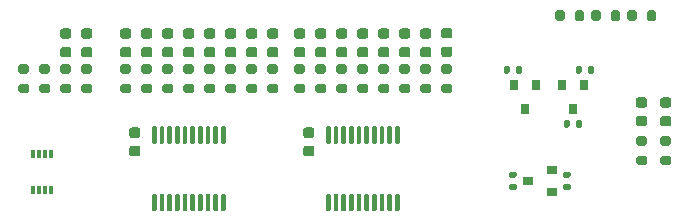
<source format=gbr>
%TF.GenerationSoftware,KiCad,Pcbnew,(5.1.10-1-10_14)*%
%TF.CreationDate,2021-10-18T21:54:19-04:00*%
%TF.ProjectId,RAM-MODULE,52414d2d-4d4f-4445-954c-452e6b696361,rev?*%
%TF.SameCoordinates,Original*%
%TF.FileFunction,Paste,Top*%
%TF.FilePolarity,Positive*%
%FSLAX46Y46*%
G04 Gerber Fmt 4.6, Leading zero omitted, Abs format (unit mm)*
G04 Created by KiCad (PCBNEW (5.1.10-1-10_14)) date 2021-10-18 21:54:19*
%MOMM*%
%LPD*%
G01*
G04 APERTURE LIST*
%ADD10R,0.300000X0.800000*%
%ADD11R,0.900000X0.800000*%
%ADD12R,0.800000X0.900000*%
G04 APERTURE END LIST*
%TO.C,U48*%
G36*
G01*
X263885000Y-102787000D02*
X264435000Y-102787000D01*
G75*
G02*
X264635000Y-102987000I0J-200000D01*
G01*
X264635000Y-103387000D01*
G75*
G02*
X264435000Y-103587000I-200000J0D01*
G01*
X263885000Y-103587000D01*
G75*
G02*
X263685000Y-103387000I0J200000D01*
G01*
X263685000Y-102987000D01*
G75*
G02*
X263885000Y-102787000I200000J0D01*
G01*
G37*
G36*
G01*
X263885000Y-101137000D02*
X264435000Y-101137000D01*
G75*
G02*
X264635000Y-101337000I0J-200000D01*
G01*
X264635000Y-101737000D01*
G75*
G02*
X264435000Y-101937000I-200000J0D01*
G01*
X263885000Y-101937000D01*
G75*
G02*
X263685000Y-101737000I0J200000D01*
G01*
X263685000Y-101337000D01*
G75*
G02*
X263885000Y-101137000I200000J0D01*
G01*
G37*
%TD*%
%TO.C,U47*%
G36*
G01*
X264416250Y-98710000D02*
X263903750Y-98710000D01*
G75*
G02*
X263685000Y-98491250I0J218750D01*
G01*
X263685000Y-98053750D01*
G75*
G02*
X263903750Y-97835000I218750J0D01*
G01*
X264416250Y-97835000D01*
G75*
G02*
X264635000Y-98053750I0J-218750D01*
G01*
X264635000Y-98491250D01*
G75*
G02*
X264416250Y-98710000I-218750J0D01*
G01*
G37*
G36*
G01*
X264416250Y-100285000D02*
X263903750Y-100285000D01*
G75*
G02*
X263685000Y-100066250I0J218750D01*
G01*
X263685000Y-99628750D01*
G75*
G02*
X263903750Y-99410000I218750J0D01*
G01*
X264416250Y-99410000D01*
G75*
G02*
X264635000Y-99628750I0J-218750D01*
G01*
X264635000Y-100066250D01*
G75*
G02*
X264416250Y-100285000I-218750J0D01*
G01*
G37*
%TD*%
%TO.C,U46*%
G36*
G01*
X261853000Y-102787000D02*
X262403000Y-102787000D01*
G75*
G02*
X262603000Y-102987000I0J-200000D01*
G01*
X262603000Y-103387000D01*
G75*
G02*
X262403000Y-103587000I-200000J0D01*
G01*
X261853000Y-103587000D01*
G75*
G02*
X261653000Y-103387000I0J200000D01*
G01*
X261653000Y-102987000D01*
G75*
G02*
X261853000Y-102787000I200000J0D01*
G01*
G37*
G36*
G01*
X261853000Y-101137000D02*
X262403000Y-101137000D01*
G75*
G02*
X262603000Y-101337000I0J-200000D01*
G01*
X262603000Y-101737000D01*
G75*
G02*
X262403000Y-101937000I-200000J0D01*
G01*
X261853000Y-101937000D01*
G75*
G02*
X261653000Y-101737000I0J200000D01*
G01*
X261653000Y-101337000D01*
G75*
G02*
X261853000Y-101137000I200000J0D01*
G01*
G37*
%TD*%
%TO.C,U45*%
G36*
G01*
X262358750Y-98710000D02*
X261846250Y-98710000D01*
G75*
G02*
X261627500Y-98491250I0J218750D01*
G01*
X261627500Y-98053750D01*
G75*
G02*
X261846250Y-97835000I218750J0D01*
G01*
X262358750Y-97835000D01*
G75*
G02*
X262577500Y-98053750I0J-218750D01*
G01*
X262577500Y-98491250D01*
G75*
G02*
X262358750Y-98710000I-218750J0D01*
G01*
G37*
G36*
G01*
X262358750Y-100285000D02*
X261846250Y-100285000D01*
G75*
G02*
X261627500Y-100066250I0J218750D01*
G01*
X261627500Y-99628750D01*
G75*
G02*
X261846250Y-99410000I218750J0D01*
G01*
X262358750Y-99410000D01*
G75*
G02*
X262577500Y-99628750I0J-218750D01*
G01*
X262577500Y-100066250D01*
G75*
G02*
X262358750Y-100285000I-218750J0D01*
G01*
G37*
%TD*%
%TO.C,U44*%
G36*
G01*
X214863000Y-96691000D02*
X215413000Y-96691000D01*
G75*
G02*
X215613000Y-96891000I0J-200000D01*
G01*
X215613000Y-97291000D01*
G75*
G02*
X215413000Y-97491000I-200000J0D01*
G01*
X214863000Y-97491000D01*
G75*
G02*
X214663000Y-97291000I0J200000D01*
G01*
X214663000Y-96891000D01*
G75*
G02*
X214863000Y-96691000I200000J0D01*
G01*
G37*
G36*
G01*
X214863000Y-95041000D02*
X215413000Y-95041000D01*
G75*
G02*
X215613000Y-95241000I0J-200000D01*
G01*
X215613000Y-95641000D01*
G75*
G02*
X215413000Y-95841000I-200000J0D01*
G01*
X214863000Y-95841000D01*
G75*
G02*
X214663000Y-95641000I0J200000D01*
G01*
X214663000Y-95241000D01*
G75*
G02*
X214863000Y-95041000I200000J0D01*
G01*
G37*
%TD*%
%TO.C,U43*%
G36*
G01*
X215394250Y-92868000D02*
X214881750Y-92868000D01*
G75*
G02*
X214663000Y-92649250I0J218750D01*
G01*
X214663000Y-92211750D01*
G75*
G02*
X214881750Y-91993000I218750J0D01*
G01*
X215394250Y-91993000D01*
G75*
G02*
X215613000Y-92211750I0J-218750D01*
G01*
X215613000Y-92649250D01*
G75*
G02*
X215394250Y-92868000I-218750J0D01*
G01*
G37*
G36*
G01*
X215394250Y-94443000D02*
X214881750Y-94443000D01*
G75*
G02*
X214663000Y-94224250I0J218750D01*
G01*
X214663000Y-93786750D01*
G75*
G02*
X214881750Y-93568000I218750J0D01*
G01*
X215394250Y-93568000D01*
G75*
G02*
X215613000Y-93786750I0J-218750D01*
G01*
X215613000Y-94224250D01*
G75*
G02*
X215394250Y-94443000I-218750J0D01*
G01*
G37*
%TD*%
%TO.C,U42*%
G36*
G01*
X213085000Y-96691000D02*
X213635000Y-96691000D01*
G75*
G02*
X213835000Y-96891000I0J-200000D01*
G01*
X213835000Y-97291000D01*
G75*
G02*
X213635000Y-97491000I-200000J0D01*
G01*
X213085000Y-97491000D01*
G75*
G02*
X212885000Y-97291000I0J200000D01*
G01*
X212885000Y-96891000D01*
G75*
G02*
X213085000Y-96691000I200000J0D01*
G01*
G37*
G36*
G01*
X213085000Y-95041000D02*
X213635000Y-95041000D01*
G75*
G02*
X213835000Y-95241000I0J-200000D01*
G01*
X213835000Y-95641000D01*
G75*
G02*
X213635000Y-95841000I-200000J0D01*
G01*
X213085000Y-95841000D01*
G75*
G02*
X212885000Y-95641000I0J200000D01*
G01*
X212885000Y-95241000D01*
G75*
G02*
X213085000Y-95041000I200000J0D01*
G01*
G37*
%TD*%
%TO.C,U4*%
G36*
G01*
X213616250Y-92868000D02*
X213103750Y-92868000D01*
G75*
G02*
X212885000Y-92649250I0J218750D01*
G01*
X212885000Y-92211750D01*
G75*
G02*
X213103750Y-91993000I218750J0D01*
G01*
X213616250Y-91993000D01*
G75*
G02*
X213835000Y-92211750I0J-218750D01*
G01*
X213835000Y-92649250D01*
G75*
G02*
X213616250Y-92868000I-218750J0D01*
G01*
G37*
G36*
G01*
X213616250Y-94443000D02*
X213103750Y-94443000D01*
G75*
G02*
X212885000Y-94224250I0J218750D01*
G01*
X212885000Y-93786750D01*
G75*
G02*
X213103750Y-93568000I218750J0D01*
G01*
X213616250Y-93568000D01*
G75*
G02*
X213835000Y-93786750I0J-218750D01*
G01*
X213835000Y-94224250D01*
G75*
G02*
X213616250Y-94443000I-218750J0D01*
G01*
G37*
%TD*%
D10*
%TO.C,U3*%
X210578000Y-102590000D03*
X211078000Y-102590000D03*
X211578000Y-102590000D03*
X212078000Y-102590000D03*
X212078000Y-105690000D03*
X211578000Y-105690000D03*
X211078000Y-105690000D03*
X210578000Y-105690000D03*
%TD*%
%TO.C,U41*%
G36*
G01*
X209529000Y-96691000D02*
X210079000Y-96691000D01*
G75*
G02*
X210279000Y-96891000I0J-200000D01*
G01*
X210279000Y-97291000D01*
G75*
G02*
X210079000Y-97491000I-200000J0D01*
G01*
X209529000Y-97491000D01*
G75*
G02*
X209329000Y-97291000I0J200000D01*
G01*
X209329000Y-96891000D01*
G75*
G02*
X209529000Y-96691000I200000J0D01*
G01*
G37*
G36*
G01*
X209529000Y-95041000D02*
X210079000Y-95041000D01*
G75*
G02*
X210279000Y-95241000I0J-200000D01*
G01*
X210279000Y-95641000D01*
G75*
G02*
X210079000Y-95841000I-200000J0D01*
G01*
X209529000Y-95841000D01*
G75*
G02*
X209329000Y-95641000I0J200000D01*
G01*
X209329000Y-95241000D01*
G75*
G02*
X209529000Y-95041000I200000J0D01*
G01*
G37*
%TD*%
%TO.C,U40*%
G36*
G01*
X211307000Y-96691000D02*
X211857000Y-96691000D01*
G75*
G02*
X212057000Y-96891000I0J-200000D01*
G01*
X212057000Y-97291000D01*
G75*
G02*
X211857000Y-97491000I-200000J0D01*
G01*
X211307000Y-97491000D01*
G75*
G02*
X211107000Y-97291000I0J200000D01*
G01*
X211107000Y-96891000D01*
G75*
G02*
X211307000Y-96691000I200000J0D01*
G01*
G37*
G36*
G01*
X211307000Y-95041000D02*
X211857000Y-95041000D01*
G75*
G02*
X212057000Y-95241000I0J-200000D01*
G01*
X212057000Y-95641000D01*
G75*
G02*
X211857000Y-95841000I-200000J0D01*
G01*
X211307000Y-95841000D01*
G75*
G02*
X211107000Y-95641000I0J200000D01*
G01*
X211107000Y-95241000D01*
G75*
G02*
X211307000Y-95041000I200000J0D01*
G01*
G37*
%TD*%
%TO.C,U39*%
G36*
G01*
X245343000Y-96691000D02*
X245893000Y-96691000D01*
G75*
G02*
X246093000Y-96891000I0J-200000D01*
G01*
X246093000Y-97291000D01*
G75*
G02*
X245893000Y-97491000I-200000J0D01*
G01*
X245343000Y-97491000D01*
G75*
G02*
X245143000Y-97291000I0J200000D01*
G01*
X245143000Y-96891000D01*
G75*
G02*
X245343000Y-96691000I200000J0D01*
G01*
G37*
G36*
G01*
X245343000Y-95041000D02*
X245893000Y-95041000D01*
G75*
G02*
X246093000Y-95241000I0J-200000D01*
G01*
X246093000Y-95641000D01*
G75*
G02*
X245893000Y-95841000I-200000J0D01*
G01*
X245343000Y-95841000D01*
G75*
G02*
X245143000Y-95641000I0J200000D01*
G01*
X245143000Y-95241000D01*
G75*
G02*
X245343000Y-95041000I200000J0D01*
G01*
G37*
%TD*%
%TO.C,U38*%
G36*
G01*
X245874250Y-92842500D02*
X245361750Y-92842500D01*
G75*
G02*
X245143000Y-92623750I0J218750D01*
G01*
X245143000Y-92186250D01*
G75*
G02*
X245361750Y-91967500I218750J0D01*
G01*
X245874250Y-91967500D01*
G75*
G02*
X246093000Y-92186250I0J-218750D01*
G01*
X246093000Y-92623750D01*
G75*
G02*
X245874250Y-92842500I-218750J0D01*
G01*
G37*
G36*
G01*
X245874250Y-94417500D02*
X245361750Y-94417500D01*
G75*
G02*
X245143000Y-94198750I0J218750D01*
G01*
X245143000Y-93761250D01*
G75*
G02*
X245361750Y-93542500I218750J0D01*
G01*
X245874250Y-93542500D01*
G75*
G02*
X246093000Y-93761250I0J-218750D01*
G01*
X246093000Y-94198750D01*
G75*
G02*
X245874250Y-94417500I-218750J0D01*
G01*
G37*
%TD*%
%TO.C,U37*%
G36*
G01*
X243565000Y-96691000D02*
X244115000Y-96691000D01*
G75*
G02*
X244315000Y-96891000I0J-200000D01*
G01*
X244315000Y-97291000D01*
G75*
G02*
X244115000Y-97491000I-200000J0D01*
G01*
X243565000Y-97491000D01*
G75*
G02*
X243365000Y-97291000I0J200000D01*
G01*
X243365000Y-96891000D01*
G75*
G02*
X243565000Y-96691000I200000J0D01*
G01*
G37*
G36*
G01*
X243565000Y-95041000D02*
X244115000Y-95041000D01*
G75*
G02*
X244315000Y-95241000I0J-200000D01*
G01*
X244315000Y-95641000D01*
G75*
G02*
X244115000Y-95841000I-200000J0D01*
G01*
X243565000Y-95841000D01*
G75*
G02*
X243365000Y-95641000I0J200000D01*
G01*
X243365000Y-95241000D01*
G75*
G02*
X243565000Y-95041000I200000J0D01*
G01*
G37*
%TD*%
%TO.C,U36*%
G36*
G01*
X244096250Y-92868000D02*
X243583750Y-92868000D01*
G75*
G02*
X243365000Y-92649250I0J218750D01*
G01*
X243365000Y-92211750D01*
G75*
G02*
X243583750Y-91993000I218750J0D01*
G01*
X244096250Y-91993000D01*
G75*
G02*
X244315000Y-92211750I0J-218750D01*
G01*
X244315000Y-92649250D01*
G75*
G02*
X244096250Y-92868000I-218750J0D01*
G01*
G37*
G36*
G01*
X244096250Y-94443000D02*
X243583750Y-94443000D01*
G75*
G02*
X243365000Y-94224250I0J218750D01*
G01*
X243365000Y-93786750D01*
G75*
G02*
X243583750Y-93568000I218750J0D01*
G01*
X244096250Y-93568000D01*
G75*
G02*
X244315000Y-93786750I0J-218750D01*
G01*
X244315000Y-94224250D01*
G75*
G02*
X244096250Y-94443000I-218750J0D01*
G01*
G37*
%TD*%
%TO.C,U35*%
G36*
G01*
X241787000Y-96691000D02*
X242337000Y-96691000D01*
G75*
G02*
X242537000Y-96891000I0J-200000D01*
G01*
X242537000Y-97291000D01*
G75*
G02*
X242337000Y-97491000I-200000J0D01*
G01*
X241787000Y-97491000D01*
G75*
G02*
X241587000Y-97291000I0J200000D01*
G01*
X241587000Y-96891000D01*
G75*
G02*
X241787000Y-96691000I200000J0D01*
G01*
G37*
G36*
G01*
X241787000Y-95041000D02*
X242337000Y-95041000D01*
G75*
G02*
X242537000Y-95241000I0J-200000D01*
G01*
X242537000Y-95641000D01*
G75*
G02*
X242337000Y-95841000I-200000J0D01*
G01*
X241787000Y-95841000D01*
G75*
G02*
X241587000Y-95641000I0J200000D01*
G01*
X241587000Y-95241000D01*
G75*
G02*
X241787000Y-95041000I200000J0D01*
G01*
G37*
%TD*%
%TO.C,U34*%
G36*
G01*
X242318250Y-92868000D02*
X241805750Y-92868000D01*
G75*
G02*
X241587000Y-92649250I0J218750D01*
G01*
X241587000Y-92211750D01*
G75*
G02*
X241805750Y-91993000I218750J0D01*
G01*
X242318250Y-91993000D01*
G75*
G02*
X242537000Y-92211750I0J-218750D01*
G01*
X242537000Y-92649250D01*
G75*
G02*
X242318250Y-92868000I-218750J0D01*
G01*
G37*
G36*
G01*
X242318250Y-94443000D02*
X241805750Y-94443000D01*
G75*
G02*
X241587000Y-94224250I0J218750D01*
G01*
X241587000Y-93786750D01*
G75*
G02*
X241805750Y-93568000I218750J0D01*
G01*
X242318250Y-93568000D01*
G75*
G02*
X242537000Y-93786750I0J-218750D01*
G01*
X242537000Y-94224250D01*
G75*
G02*
X242318250Y-94443000I-218750J0D01*
G01*
G37*
%TD*%
%TO.C,U33*%
G36*
G01*
X240009000Y-96691000D02*
X240559000Y-96691000D01*
G75*
G02*
X240759000Y-96891000I0J-200000D01*
G01*
X240759000Y-97291000D01*
G75*
G02*
X240559000Y-97491000I-200000J0D01*
G01*
X240009000Y-97491000D01*
G75*
G02*
X239809000Y-97291000I0J200000D01*
G01*
X239809000Y-96891000D01*
G75*
G02*
X240009000Y-96691000I200000J0D01*
G01*
G37*
G36*
G01*
X240009000Y-95041000D02*
X240559000Y-95041000D01*
G75*
G02*
X240759000Y-95241000I0J-200000D01*
G01*
X240759000Y-95641000D01*
G75*
G02*
X240559000Y-95841000I-200000J0D01*
G01*
X240009000Y-95841000D01*
G75*
G02*
X239809000Y-95641000I0J200000D01*
G01*
X239809000Y-95241000D01*
G75*
G02*
X240009000Y-95041000I200000J0D01*
G01*
G37*
%TD*%
%TO.C,U32*%
G36*
G01*
X240540250Y-92868000D02*
X240027750Y-92868000D01*
G75*
G02*
X239809000Y-92649250I0J218750D01*
G01*
X239809000Y-92211750D01*
G75*
G02*
X240027750Y-91993000I218750J0D01*
G01*
X240540250Y-91993000D01*
G75*
G02*
X240759000Y-92211750I0J-218750D01*
G01*
X240759000Y-92649250D01*
G75*
G02*
X240540250Y-92868000I-218750J0D01*
G01*
G37*
G36*
G01*
X240540250Y-94443000D02*
X240027750Y-94443000D01*
G75*
G02*
X239809000Y-94224250I0J218750D01*
G01*
X239809000Y-93786750D01*
G75*
G02*
X240027750Y-93568000I218750J0D01*
G01*
X240540250Y-93568000D01*
G75*
G02*
X240759000Y-93786750I0J-218750D01*
G01*
X240759000Y-94224250D01*
G75*
G02*
X240540250Y-94443000I-218750J0D01*
G01*
G37*
%TD*%
%TO.C,U31*%
G36*
G01*
X238231000Y-96691000D02*
X238781000Y-96691000D01*
G75*
G02*
X238981000Y-96891000I0J-200000D01*
G01*
X238981000Y-97291000D01*
G75*
G02*
X238781000Y-97491000I-200000J0D01*
G01*
X238231000Y-97491000D01*
G75*
G02*
X238031000Y-97291000I0J200000D01*
G01*
X238031000Y-96891000D01*
G75*
G02*
X238231000Y-96691000I200000J0D01*
G01*
G37*
G36*
G01*
X238231000Y-95041000D02*
X238781000Y-95041000D01*
G75*
G02*
X238981000Y-95241000I0J-200000D01*
G01*
X238981000Y-95641000D01*
G75*
G02*
X238781000Y-95841000I-200000J0D01*
G01*
X238231000Y-95841000D01*
G75*
G02*
X238031000Y-95641000I0J200000D01*
G01*
X238031000Y-95241000D01*
G75*
G02*
X238231000Y-95041000I200000J0D01*
G01*
G37*
%TD*%
%TO.C,U30*%
G36*
G01*
X238762250Y-92868000D02*
X238249750Y-92868000D01*
G75*
G02*
X238031000Y-92649250I0J218750D01*
G01*
X238031000Y-92211750D01*
G75*
G02*
X238249750Y-91993000I218750J0D01*
G01*
X238762250Y-91993000D01*
G75*
G02*
X238981000Y-92211750I0J-218750D01*
G01*
X238981000Y-92649250D01*
G75*
G02*
X238762250Y-92868000I-218750J0D01*
G01*
G37*
G36*
G01*
X238762250Y-94443000D02*
X238249750Y-94443000D01*
G75*
G02*
X238031000Y-94224250I0J218750D01*
G01*
X238031000Y-93786750D01*
G75*
G02*
X238249750Y-93568000I218750J0D01*
G01*
X238762250Y-93568000D01*
G75*
G02*
X238981000Y-93786750I0J-218750D01*
G01*
X238981000Y-94224250D01*
G75*
G02*
X238762250Y-94443000I-218750J0D01*
G01*
G37*
%TD*%
%TO.C,U29*%
G36*
G01*
X236453000Y-96691000D02*
X237003000Y-96691000D01*
G75*
G02*
X237203000Y-96891000I0J-200000D01*
G01*
X237203000Y-97291000D01*
G75*
G02*
X237003000Y-97491000I-200000J0D01*
G01*
X236453000Y-97491000D01*
G75*
G02*
X236253000Y-97291000I0J200000D01*
G01*
X236253000Y-96891000D01*
G75*
G02*
X236453000Y-96691000I200000J0D01*
G01*
G37*
G36*
G01*
X236453000Y-95041000D02*
X237003000Y-95041000D01*
G75*
G02*
X237203000Y-95241000I0J-200000D01*
G01*
X237203000Y-95641000D01*
G75*
G02*
X237003000Y-95841000I-200000J0D01*
G01*
X236453000Y-95841000D01*
G75*
G02*
X236253000Y-95641000I0J200000D01*
G01*
X236253000Y-95241000D01*
G75*
G02*
X236453000Y-95041000I200000J0D01*
G01*
G37*
%TD*%
%TO.C,U28*%
G36*
G01*
X236984250Y-92868000D02*
X236471750Y-92868000D01*
G75*
G02*
X236253000Y-92649250I0J218750D01*
G01*
X236253000Y-92211750D01*
G75*
G02*
X236471750Y-91993000I218750J0D01*
G01*
X236984250Y-91993000D01*
G75*
G02*
X237203000Y-92211750I0J-218750D01*
G01*
X237203000Y-92649250D01*
G75*
G02*
X236984250Y-92868000I-218750J0D01*
G01*
G37*
G36*
G01*
X236984250Y-94443000D02*
X236471750Y-94443000D01*
G75*
G02*
X236253000Y-94224250I0J218750D01*
G01*
X236253000Y-93786750D01*
G75*
G02*
X236471750Y-93568000I218750J0D01*
G01*
X236984250Y-93568000D01*
G75*
G02*
X237203000Y-93786750I0J-218750D01*
G01*
X237203000Y-94224250D01*
G75*
G02*
X236984250Y-94443000I-218750J0D01*
G01*
G37*
%TD*%
%TO.C,U27*%
G36*
G01*
X234675000Y-96691000D02*
X235225000Y-96691000D01*
G75*
G02*
X235425000Y-96891000I0J-200000D01*
G01*
X235425000Y-97291000D01*
G75*
G02*
X235225000Y-97491000I-200000J0D01*
G01*
X234675000Y-97491000D01*
G75*
G02*
X234475000Y-97291000I0J200000D01*
G01*
X234475000Y-96891000D01*
G75*
G02*
X234675000Y-96691000I200000J0D01*
G01*
G37*
G36*
G01*
X234675000Y-95041000D02*
X235225000Y-95041000D01*
G75*
G02*
X235425000Y-95241000I0J-200000D01*
G01*
X235425000Y-95641000D01*
G75*
G02*
X235225000Y-95841000I-200000J0D01*
G01*
X234675000Y-95841000D01*
G75*
G02*
X234475000Y-95641000I0J200000D01*
G01*
X234475000Y-95241000D01*
G75*
G02*
X234675000Y-95041000I200000J0D01*
G01*
G37*
%TD*%
%TO.C,U26*%
G36*
G01*
X235206250Y-92868000D02*
X234693750Y-92868000D01*
G75*
G02*
X234475000Y-92649250I0J218750D01*
G01*
X234475000Y-92211750D01*
G75*
G02*
X234693750Y-91993000I218750J0D01*
G01*
X235206250Y-91993000D01*
G75*
G02*
X235425000Y-92211750I0J-218750D01*
G01*
X235425000Y-92649250D01*
G75*
G02*
X235206250Y-92868000I-218750J0D01*
G01*
G37*
G36*
G01*
X235206250Y-94443000D02*
X234693750Y-94443000D01*
G75*
G02*
X234475000Y-94224250I0J218750D01*
G01*
X234475000Y-93786750D01*
G75*
G02*
X234693750Y-93568000I218750J0D01*
G01*
X235206250Y-93568000D01*
G75*
G02*
X235425000Y-93786750I0J-218750D01*
G01*
X235425000Y-94224250D01*
G75*
G02*
X235206250Y-94443000I-218750J0D01*
G01*
G37*
%TD*%
%TO.C,U25*%
G36*
G01*
X232897000Y-96691000D02*
X233447000Y-96691000D01*
G75*
G02*
X233647000Y-96891000I0J-200000D01*
G01*
X233647000Y-97291000D01*
G75*
G02*
X233447000Y-97491000I-200000J0D01*
G01*
X232897000Y-97491000D01*
G75*
G02*
X232697000Y-97291000I0J200000D01*
G01*
X232697000Y-96891000D01*
G75*
G02*
X232897000Y-96691000I200000J0D01*
G01*
G37*
G36*
G01*
X232897000Y-95041000D02*
X233447000Y-95041000D01*
G75*
G02*
X233647000Y-95241000I0J-200000D01*
G01*
X233647000Y-95641000D01*
G75*
G02*
X233447000Y-95841000I-200000J0D01*
G01*
X232897000Y-95841000D01*
G75*
G02*
X232697000Y-95641000I0J200000D01*
G01*
X232697000Y-95241000D01*
G75*
G02*
X232897000Y-95041000I200000J0D01*
G01*
G37*
%TD*%
%TO.C,U24*%
G36*
G01*
X233428250Y-92868000D02*
X232915750Y-92868000D01*
G75*
G02*
X232697000Y-92649250I0J218750D01*
G01*
X232697000Y-92211750D01*
G75*
G02*
X232915750Y-91993000I218750J0D01*
G01*
X233428250Y-91993000D01*
G75*
G02*
X233647000Y-92211750I0J-218750D01*
G01*
X233647000Y-92649250D01*
G75*
G02*
X233428250Y-92868000I-218750J0D01*
G01*
G37*
G36*
G01*
X233428250Y-94443000D02*
X232915750Y-94443000D01*
G75*
G02*
X232697000Y-94224250I0J218750D01*
G01*
X232697000Y-93786750D01*
G75*
G02*
X232915750Y-93568000I218750J0D01*
G01*
X233428250Y-93568000D01*
G75*
G02*
X233647000Y-93786750I0J-218750D01*
G01*
X233647000Y-94224250D01*
G75*
G02*
X233428250Y-94443000I-218750J0D01*
G01*
G37*
%TD*%
%TO.C,U23*%
G36*
G01*
X230611000Y-96691000D02*
X231161000Y-96691000D01*
G75*
G02*
X231361000Y-96891000I0J-200000D01*
G01*
X231361000Y-97291000D01*
G75*
G02*
X231161000Y-97491000I-200000J0D01*
G01*
X230611000Y-97491000D01*
G75*
G02*
X230411000Y-97291000I0J200000D01*
G01*
X230411000Y-96891000D01*
G75*
G02*
X230611000Y-96691000I200000J0D01*
G01*
G37*
G36*
G01*
X230611000Y-95041000D02*
X231161000Y-95041000D01*
G75*
G02*
X231361000Y-95241000I0J-200000D01*
G01*
X231361000Y-95641000D01*
G75*
G02*
X231161000Y-95841000I-200000J0D01*
G01*
X230611000Y-95841000D01*
G75*
G02*
X230411000Y-95641000I0J200000D01*
G01*
X230411000Y-95241000D01*
G75*
G02*
X230611000Y-95041000I200000J0D01*
G01*
G37*
%TD*%
%TO.C,U22*%
G36*
G01*
X231142250Y-92868000D02*
X230629750Y-92868000D01*
G75*
G02*
X230411000Y-92649250I0J218750D01*
G01*
X230411000Y-92211750D01*
G75*
G02*
X230629750Y-91993000I218750J0D01*
G01*
X231142250Y-91993000D01*
G75*
G02*
X231361000Y-92211750I0J-218750D01*
G01*
X231361000Y-92649250D01*
G75*
G02*
X231142250Y-92868000I-218750J0D01*
G01*
G37*
G36*
G01*
X231142250Y-94443000D02*
X230629750Y-94443000D01*
G75*
G02*
X230411000Y-94224250I0J218750D01*
G01*
X230411000Y-93786750D01*
G75*
G02*
X230629750Y-93568000I218750J0D01*
G01*
X231142250Y-93568000D01*
G75*
G02*
X231361000Y-93786750I0J-218750D01*
G01*
X231361000Y-94224250D01*
G75*
G02*
X231142250Y-94443000I-218750J0D01*
G01*
G37*
%TD*%
%TO.C,U21*%
G36*
G01*
X228833000Y-96691000D02*
X229383000Y-96691000D01*
G75*
G02*
X229583000Y-96891000I0J-200000D01*
G01*
X229583000Y-97291000D01*
G75*
G02*
X229383000Y-97491000I-200000J0D01*
G01*
X228833000Y-97491000D01*
G75*
G02*
X228633000Y-97291000I0J200000D01*
G01*
X228633000Y-96891000D01*
G75*
G02*
X228833000Y-96691000I200000J0D01*
G01*
G37*
G36*
G01*
X228833000Y-95041000D02*
X229383000Y-95041000D01*
G75*
G02*
X229583000Y-95241000I0J-200000D01*
G01*
X229583000Y-95641000D01*
G75*
G02*
X229383000Y-95841000I-200000J0D01*
G01*
X228833000Y-95841000D01*
G75*
G02*
X228633000Y-95641000I0J200000D01*
G01*
X228633000Y-95241000D01*
G75*
G02*
X228833000Y-95041000I200000J0D01*
G01*
G37*
%TD*%
%TO.C,U20*%
G36*
G01*
X229364250Y-92868000D02*
X228851750Y-92868000D01*
G75*
G02*
X228633000Y-92649250I0J218750D01*
G01*
X228633000Y-92211750D01*
G75*
G02*
X228851750Y-91993000I218750J0D01*
G01*
X229364250Y-91993000D01*
G75*
G02*
X229583000Y-92211750I0J-218750D01*
G01*
X229583000Y-92649250D01*
G75*
G02*
X229364250Y-92868000I-218750J0D01*
G01*
G37*
G36*
G01*
X229364250Y-94443000D02*
X228851750Y-94443000D01*
G75*
G02*
X228633000Y-94224250I0J218750D01*
G01*
X228633000Y-93786750D01*
G75*
G02*
X228851750Y-93568000I218750J0D01*
G01*
X229364250Y-93568000D01*
G75*
G02*
X229583000Y-93786750I0J-218750D01*
G01*
X229583000Y-94224250D01*
G75*
G02*
X229364250Y-94443000I-218750J0D01*
G01*
G37*
%TD*%
%TO.C,U19*%
G36*
G01*
X227055000Y-96691000D02*
X227605000Y-96691000D01*
G75*
G02*
X227805000Y-96891000I0J-200000D01*
G01*
X227805000Y-97291000D01*
G75*
G02*
X227605000Y-97491000I-200000J0D01*
G01*
X227055000Y-97491000D01*
G75*
G02*
X226855000Y-97291000I0J200000D01*
G01*
X226855000Y-96891000D01*
G75*
G02*
X227055000Y-96691000I200000J0D01*
G01*
G37*
G36*
G01*
X227055000Y-95041000D02*
X227605000Y-95041000D01*
G75*
G02*
X227805000Y-95241000I0J-200000D01*
G01*
X227805000Y-95641000D01*
G75*
G02*
X227605000Y-95841000I-200000J0D01*
G01*
X227055000Y-95841000D01*
G75*
G02*
X226855000Y-95641000I0J200000D01*
G01*
X226855000Y-95241000D01*
G75*
G02*
X227055000Y-95041000I200000J0D01*
G01*
G37*
%TD*%
%TO.C,U18*%
G36*
G01*
X227586250Y-92868000D02*
X227073750Y-92868000D01*
G75*
G02*
X226855000Y-92649250I0J218750D01*
G01*
X226855000Y-92211750D01*
G75*
G02*
X227073750Y-91993000I218750J0D01*
G01*
X227586250Y-91993000D01*
G75*
G02*
X227805000Y-92211750I0J-218750D01*
G01*
X227805000Y-92649250D01*
G75*
G02*
X227586250Y-92868000I-218750J0D01*
G01*
G37*
G36*
G01*
X227586250Y-94443000D02*
X227073750Y-94443000D01*
G75*
G02*
X226855000Y-94224250I0J218750D01*
G01*
X226855000Y-93786750D01*
G75*
G02*
X227073750Y-93568000I218750J0D01*
G01*
X227586250Y-93568000D01*
G75*
G02*
X227805000Y-93786750I0J-218750D01*
G01*
X227805000Y-94224250D01*
G75*
G02*
X227586250Y-94443000I-218750J0D01*
G01*
G37*
%TD*%
%TO.C,U17*%
G36*
G01*
X225277000Y-96691000D02*
X225827000Y-96691000D01*
G75*
G02*
X226027000Y-96891000I0J-200000D01*
G01*
X226027000Y-97291000D01*
G75*
G02*
X225827000Y-97491000I-200000J0D01*
G01*
X225277000Y-97491000D01*
G75*
G02*
X225077000Y-97291000I0J200000D01*
G01*
X225077000Y-96891000D01*
G75*
G02*
X225277000Y-96691000I200000J0D01*
G01*
G37*
G36*
G01*
X225277000Y-95041000D02*
X225827000Y-95041000D01*
G75*
G02*
X226027000Y-95241000I0J-200000D01*
G01*
X226027000Y-95641000D01*
G75*
G02*
X225827000Y-95841000I-200000J0D01*
G01*
X225277000Y-95841000D01*
G75*
G02*
X225077000Y-95641000I0J200000D01*
G01*
X225077000Y-95241000D01*
G75*
G02*
X225277000Y-95041000I200000J0D01*
G01*
G37*
%TD*%
%TO.C,U16*%
G36*
G01*
X225808250Y-92868000D02*
X225295750Y-92868000D01*
G75*
G02*
X225077000Y-92649250I0J218750D01*
G01*
X225077000Y-92211750D01*
G75*
G02*
X225295750Y-91993000I218750J0D01*
G01*
X225808250Y-91993000D01*
G75*
G02*
X226027000Y-92211750I0J-218750D01*
G01*
X226027000Y-92649250D01*
G75*
G02*
X225808250Y-92868000I-218750J0D01*
G01*
G37*
G36*
G01*
X225808250Y-94443000D02*
X225295750Y-94443000D01*
G75*
G02*
X225077000Y-94224250I0J218750D01*
G01*
X225077000Y-93786750D01*
G75*
G02*
X225295750Y-93568000I218750J0D01*
G01*
X225808250Y-93568000D01*
G75*
G02*
X226027000Y-93786750I0J-218750D01*
G01*
X226027000Y-94224250D01*
G75*
G02*
X225808250Y-94443000I-218750J0D01*
G01*
G37*
%TD*%
%TO.C,U15*%
G36*
G01*
X223499000Y-96691000D02*
X224049000Y-96691000D01*
G75*
G02*
X224249000Y-96891000I0J-200000D01*
G01*
X224249000Y-97291000D01*
G75*
G02*
X224049000Y-97491000I-200000J0D01*
G01*
X223499000Y-97491000D01*
G75*
G02*
X223299000Y-97291000I0J200000D01*
G01*
X223299000Y-96891000D01*
G75*
G02*
X223499000Y-96691000I200000J0D01*
G01*
G37*
G36*
G01*
X223499000Y-95041000D02*
X224049000Y-95041000D01*
G75*
G02*
X224249000Y-95241000I0J-200000D01*
G01*
X224249000Y-95641000D01*
G75*
G02*
X224049000Y-95841000I-200000J0D01*
G01*
X223499000Y-95841000D01*
G75*
G02*
X223299000Y-95641000I0J200000D01*
G01*
X223299000Y-95241000D01*
G75*
G02*
X223499000Y-95041000I200000J0D01*
G01*
G37*
%TD*%
%TO.C,U14*%
G36*
G01*
X224030250Y-92868000D02*
X223517750Y-92868000D01*
G75*
G02*
X223299000Y-92649250I0J218750D01*
G01*
X223299000Y-92211750D01*
G75*
G02*
X223517750Y-91993000I218750J0D01*
G01*
X224030250Y-91993000D01*
G75*
G02*
X224249000Y-92211750I0J-218750D01*
G01*
X224249000Y-92649250D01*
G75*
G02*
X224030250Y-92868000I-218750J0D01*
G01*
G37*
G36*
G01*
X224030250Y-94443000D02*
X223517750Y-94443000D01*
G75*
G02*
X223299000Y-94224250I0J218750D01*
G01*
X223299000Y-93786750D01*
G75*
G02*
X223517750Y-93568000I218750J0D01*
G01*
X224030250Y-93568000D01*
G75*
G02*
X224249000Y-93786750I0J-218750D01*
G01*
X224249000Y-94224250D01*
G75*
G02*
X224030250Y-94443000I-218750J0D01*
G01*
G37*
%TD*%
%TO.C,U13*%
G36*
G01*
X221721000Y-96691000D02*
X222271000Y-96691000D01*
G75*
G02*
X222471000Y-96891000I0J-200000D01*
G01*
X222471000Y-97291000D01*
G75*
G02*
X222271000Y-97491000I-200000J0D01*
G01*
X221721000Y-97491000D01*
G75*
G02*
X221521000Y-97291000I0J200000D01*
G01*
X221521000Y-96891000D01*
G75*
G02*
X221721000Y-96691000I200000J0D01*
G01*
G37*
G36*
G01*
X221721000Y-95041000D02*
X222271000Y-95041000D01*
G75*
G02*
X222471000Y-95241000I0J-200000D01*
G01*
X222471000Y-95641000D01*
G75*
G02*
X222271000Y-95841000I-200000J0D01*
G01*
X221721000Y-95841000D01*
G75*
G02*
X221521000Y-95641000I0J200000D01*
G01*
X221521000Y-95241000D01*
G75*
G02*
X221721000Y-95041000I200000J0D01*
G01*
G37*
%TD*%
%TO.C,U12*%
G36*
G01*
X222252250Y-92868000D02*
X221739750Y-92868000D01*
G75*
G02*
X221521000Y-92649250I0J218750D01*
G01*
X221521000Y-92211750D01*
G75*
G02*
X221739750Y-91993000I218750J0D01*
G01*
X222252250Y-91993000D01*
G75*
G02*
X222471000Y-92211750I0J-218750D01*
G01*
X222471000Y-92649250D01*
G75*
G02*
X222252250Y-92868000I-218750J0D01*
G01*
G37*
G36*
G01*
X222252250Y-94443000D02*
X221739750Y-94443000D01*
G75*
G02*
X221521000Y-94224250I0J218750D01*
G01*
X221521000Y-93786750D01*
G75*
G02*
X221739750Y-93568000I218750J0D01*
G01*
X222252250Y-93568000D01*
G75*
G02*
X222471000Y-93786750I0J-218750D01*
G01*
X222471000Y-94224250D01*
G75*
G02*
X222252250Y-94443000I-218750J0D01*
G01*
G37*
%TD*%
%TO.C,U11*%
G36*
G01*
X219943000Y-96691000D02*
X220493000Y-96691000D01*
G75*
G02*
X220693000Y-96891000I0J-200000D01*
G01*
X220693000Y-97291000D01*
G75*
G02*
X220493000Y-97491000I-200000J0D01*
G01*
X219943000Y-97491000D01*
G75*
G02*
X219743000Y-97291000I0J200000D01*
G01*
X219743000Y-96891000D01*
G75*
G02*
X219943000Y-96691000I200000J0D01*
G01*
G37*
G36*
G01*
X219943000Y-95041000D02*
X220493000Y-95041000D01*
G75*
G02*
X220693000Y-95241000I0J-200000D01*
G01*
X220693000Y-95641000D01*
G75*
G02*
X220493000Y-95841000I-200000J0D01*
G01*
X219943000Y-95841000D01*
G75*
G02*
X219743000Y-95641000I0J200000D01*
G01*
X219743000Y-95241000D01*
G75*
G02*
X219943000Y-95041000I200000J0D01*
G01*
G37*
%TD*%
%TO.C,U10*%
G36*
G01*
X220474250Y-92868000D02*
X219961750Y-92868000D01*
G75*
G02*
X219743000Y-92649250I0J218750D01*
G01*
X219743000Y-92211750D01*
G75*
G02*
X219961750Y-91993000I218750J0D01*
G01*
X220474250Y-91993000D01*
G75*
G02*
X220693000Y-92211750I0J-218750D01*
G01*
X220693000Y-92649250D01*
G75*
G02*
X220474250Y-92868000I-218750J0D01*
G01*
G37*
G36*
G01*
X220474250Y-94443000D02*
X219961750Y-94443000D01*
G75*
G02*
X219743000Y-94224250I0J218750D01*
G01*
X219743000Y-93786750D01*
G75*
G02*
X219961750Y-93568000I218750J0D01*
G01*
X220474250Y-93568000D01*
G75*
G02*
X220693000Y-93786750I0J-218750D01*
G01*
X220693000Y-94224250D01*
G75*
G02*
X220474250Y-94443000I-218750J0D01*
G01*
G37*
%TD*%
%TO.C,U9*%
G36*
G01*
X218165000Y-96691000D02*
X218715000Y-96691000D01*
G75*
G02*
X218915000Y-96891000I0J-200000D01*
G01*
X218915000Y-97291000D01*
G75*
G02*
X218715000Y-97491000I-200000J0D01*
G01*
X218165000Y-97491000D01*
G75*
G02*
X217965000Y-97291000I0J200000D01*
G01*
X217965000Y-96891000D01*
G75*
G02*
X218165000Y-96691000I200000J0D01*
G01*
G37*
G36*
G01*
X218165000Y-95041000D02*
X218715000Y-95041000D01*
G75*
G02*
X218915000Y-95241000I0J-200000D01*
G01*
X218915000Y-95641000D01*
G75*
G02*
X218715000Y-95841000I-200000J0D01*
G01*
X218165000Y-95841000D01*
G75*
G02*
X217965000Y-95641000I0J200000D01*
G01*
X217965000Y-95241000D01*
G75*
G02*
X218165000Y-95041000I200000J0D01*
G01*
G37*
%TD*%
%TO.C,U8*%
G36*
G01*
X218696250Y-92868000D02*
X218183750Y-92868000D01*
G75*
G02*
X217965000Y-92649250I0J218750D01*
G01*
X217965000Y-92211750D01*
G75*
G02*
X218183750Y-91993000I218750J0D01*
G01*
X218696250Y-91993000D01*
G75*
G02*
X218915000Y-92211750I0J-218750D01*
G01*
X218915000Y-92649250D01*
G75*
G02*
X218696250Y-92868000I-218750J0D01*
G01*
G37*
G36*
G01*
X218696250Y-94443000D02*
X218183750Y-94443000D01*
G75*
G02*
X217965000Y-94224250I0J218750D01*
G01*
X217965000Y-93786750D01*
G75*
G02*
X218183750Y-93568000I218750J0D01*
G01*
X218696250Y-93568000D01*
G75*
G02*
X218915000Y-93786750I0J-218750D01*
G01*
X218915000Y-94224250D01*
G75*
G02*
X218696250Y-94443000I-218750J0D01*
G01*
G37*
%TD*%
%TO.C,U7*%
G36*
G01*
X256457000Y-91207000D02*
X256457000Y-90657000D01*
G75*
G02*
X256657000Y-90457000I200000J0D01*
G01*
X257057000Y-90457000D01*
G75*
G02*
X257257000Y-90657000I0J-200000D01*
G01*
X257257000Y-91207000D01*
G75*
G02*
X257057000Y-91407000I-200000J0D01*
G01*
X256657000Y-91407000D01*
G75*
G02*
X256457000Y-91207000I0J200000D01*
G01*
G37*
G36*
G01*
X254807000Y-91207000D02*
X254807000Y-90657000D01*
G75*
G02*
X255007000Y-90457000I200000J0D01*
G01*
X255407000Y-90457000D01*
G75*
G02*
X255607000Y-90657000I0J-200000D01*
G01*
X255607000Y-91207000D01*
G75*
G02*
X255407000Y-91407000I-200000J0D01*
G01*
X255007000Y-91407000D01*
G75*
G02*
X254807000Y-91207000I0J200000D01*
G01*
G37*
%TD*%
%TO.C,U6*%
G36*
G01*
X259505000Y-91207000D02*
X259505000Y-90657000D01*
G75*
G02*
X259705000Y-90457000I200000J0D01*
G01*
X260105000Y-90457000D01*
G75*
G02*
X260305000Y-90657000I0J-200000D01*
G01*
X260305000Y-91207000D01*
G75*
G02*
X260105000Y-91407000I-200000J0D01*
G01*
X259705000Y-91407000D01*
G75*
G02*
X259505000Y-91207000I0J200000D01*
G01*
G37*
G36*
G01*
X257855000Y-91207000D02*
X257855000Y-90657000D01*
G75*
G02*
X258055000Y-90457000I200000J0D01*
G01*
X258455000Y-90457000D01*
G75*
G02*
X258655000Y-90657000I0J-200000D01*
G01*
X258655000Y-91207000D01*
G75*
G02*
X258455000Y-91407000I-200000J0D01*
G01*
X258055000Y-91407000D01*
G75*
G02*
X257855000Y-91207000I0J200000D01*
G01*
G37*
%TD*%
%TO.C,U5*%
G36*
G01*
X262553000Y-91207000D02*
X262553000Y-90657000D01*
G75*
G02*
X262753000Y-90457000I200000J0D01*
G01*
X263153000Y-90457000D01*
G75*
G02*
X263353000Y-90657000I0J-200000D01*
G01*
X263353000Y-91207000D01*
G75*
G02*
X263153000Y-91407000I-200000J0D01*
G01*
X262753000Y-91407000D01*
G75*
G02*
X262553000Y-91207000I0J200000D01*
G01*
G37*
G36*
G01*
X260903000Y-91207000D02*
X260903000Y-90657000D01*
G75*
G02*
X261103000Y-90457000I200000J0D01*
G01*
X261503000Y-90457000D01*
G75*
G02*
X261703000Y-90657000I0J-200000D01*
G01*
X261703000Y-91207000D01*
G75*
G02*
X261503000Y-91407000I-200000J0D01*
G01*
X261103000Y-91407000D01*
G75*
G02*
X260903000Y-91207000I0J200000D01*
G01*
G37*
%TD*%
%TO.C,R5*%
G36*
G01*
X251391000Y-104662000D02*
X251021000Y-104662000D01*
G75*
G02*
X250886000Y-104527000I0J135000D01*
G01*
X250886000Y-104257000D01*
G75*
G02*
X251021000Y-104122000I135000J0D01*
G01*
X251391000Y-104122000D01*
G75*
G02*
X251526000Y-104257000I0J-135000D01*
G01*
X251526000Y-104527000D01*
G75*
G02*
X251391000Y-104662000I-135000J0D01*
G01*
G37*
G36*
G01*
X251391000Y-105682000D02*
X251021000Y-105682000D01*
G75*
G02*
X250886000Y-105547000I0J135000D01*
G01*
X250886000Y-105277000D01*
G75*
G02*
X251021000Y-105142000I135000J0D01*
G01*
X251391000Y-105142000D01*
G75*
G02*
X251526000Y-105277000I0J-135000D01*
G01*
X251526000Y-105547000D01*
G75*
G02*
X251391000Y-105682000I-135000J0D01*
G01*
G37*
%TD*%
%TO.C,R4*%
G36*
G01*
X255963000Y-104662000D02*
X255593000Y-104662000D01*
G75*
G02*
X255458000Y-104527000I0J135000D01*
G01*
X255458000Y-104257000D01*
G75*
G02*
X255593000Y-104122000I135000J0D01*
G01*
X255963000Y-104122000D01*
G75*
G02*
X256098000Y-104257000I0J-135000D01*
G01*
X256098000Y-104527000D01*
G75*
G02*
X255963000Y-104662000I-135000J0D01*
G01*
G37*
G36*
G01*
X255963000Y-105682000D02*
X255593000Y-105682000D01*
G75*
G02*
X255458000Y-105547000I0J135000D01*
G01*
X255458000Y-105277000D01*
G75*
G02*
X255593000Y-105142000I135000J0D01*
G01*
X255963000Y-105142000D01*
G75*
G02*
X256098000Y-105277000I0J-135000D01*
G01*
X256098000Y-105547000D01*
G75*
G02*
X255963000Y-105682000I-135000J0D01*
G01*
G37*
%TD*%
%TO.C,R3*%
G36*
G01*
X256526000Y-100261000D02*
X256526000Y-99891000D01*
G75*
G02*
X256661000Y-99756000I135000J0D01*
G01*
X256931000Y-99756000D01*
G75*
G02*
X257066000Y-99891000I0J-135000D01*
G01*
X257066000Y-100261000D01*
G75*
G02*
X256931000Y-100396000I-135000J0D01*
G01*
X256661000Y-100396000D01*
G75*
G02*
X256526000Y-100261000I0J135000D01*
G01*
G37*
G36*
G01*
X255506000Y-100261000D02*
X255506000Y-99891000D01*
G75*
G02*
X255641000Y-99756000I135000J0D01*
G01*
X255911000Y-99756000D01*
G75*
G02*
X256046000Y-99891000I0J-135000D01*
G01*
X256046000Y-100261000D01*
G75*
G02*
X255911000Y-100396000I-135000J0D01*
G01*
X255641000Y-100396000D01*
G75*
G02*
X255506000Y-100261000I0J135000D01*
G01*
G37*
%TD*%
%TO.C,R2*%
G36*
G01*
X257062000Y-95319000D02*
X257062000Y-95689000D01*
G75*
G02*
X256927000Y-95824000I-135000J0D01*
G01*
X256657000Y-95824000D01*
G75*
G02*
X256522000Y-95689000I0J135000D01*
G01*
X256522000Y-95319000D01*
G75*
G02*
X256657000Y-95184000I135000J0D01*
G01*
X256927000Y-95184000D01*
G75*
G02*
X257062000Y-95319000I0J-135000D01*
G01*
G37*
G36*
G01*
X258082000Y-95319000D02*
X258082000Y-95689000D01*
G75*
G02*
X257947000Y-95824000I-135000J0D01*
G01*
X257677000Y-95824000D01*
G75*
G02*
X257542000Y-95689000I0J135000D01*
G01*
X257542000Y-95319000D01*
G75*
G02*
X257677000Y-95184000I135000J0D01*
G01*
X257947000Y-95184000D01*
G75*
G02*
X258082000Y-95319000I0J-135000D01*
G01*
G37*
%TD*%
%TO.C,R1*%
G36*
G01*
X250966000Y-95319000D02*
X250966000Y-95689000D01*
G75*
G02*
X250831000Y-95824000I-135000J0D01*
G01*
X250561000Y-95824000D01*
G75*
G02*
X250426000Y-95689000I0J135000D01*
G01*
X250426000Y-95319000D01*
G75*
G02*
X250561000Y-95184000I135000J0D01*
G01*
X250831000Y-95184000D01*
G75*
G02*
X250966000Y-95319000I0J-135000D01*
G01*
G37*
G36*
G01*
X251986000Y-95319000D02*
X251986000Y-95689000D01*
G75*
G02*
X251851000Y-95824000I-135000J0D01*
G01*
X251581000Y-95824000D01*
G75*
G02*
X251446000Y-95689000I0J135000D01*
G01*
X251446000Y-95319000D01*
G75*
G02*
X251581000Y-95184000I135000J0D01*
G01*
X251851000Y-95184000D01*
G75*
G02*
X251986000Y-95319000I0J-135000D01*
G01*
G37*
%TD*%
D11*
%TO.C,Q3*%
X252492000Y-104902000D03*
X254492000Y-103952000D03*
X254492000Y-105852000D03*
%TD*%
D12*
%TO.C,Q2*%
X256286000Y-98790000D03*
X255336000Y-96790000D03*
X257236000Y-96790000D03*
%TD*%
%TO.C,Q1*%
X252222000Y-98790000D03*
X251272000Y-96790000D03*
X253172000Y-96790000D03*
%TD*%
%TO.C,U2*%
G36*
G01*
X220949000Y-101761000D02*
X220749000Y-101761000D01*
G75*
G02*
X220649000Y-101661000I0J100000D01*
G01*
X220649000Y-100386000D01*
G75*
G02*
X220749000Y-100286000I100000J0D01*
G01*
X220949000Y-100286000D01*
G75*
G02*
X221049000Y-100386000I0J-100000D01*
G01*
X221049000Y-101661000D01*
G75*
G02*
X220949000Y-101761000I-100000J0D01*
G01*
G37*
G36*
G01*
X221599000Y-101761000D02*
X221399000Y-101761000D01*
G75*
G02*
X221299000Y-101661000I0J100000D01*
G01*
X221299000Y-100386000D01*
G75*
G02*
X221399000Y-100286000I100000J0D01*
G01*
X221599000Y-100286000D01*
G75*
G02*
X221699000Y-100386000I0J-100000D01*
G01*
X221699000Y-101661000D01*
G75*
G02*
X221599000Y-101761000I-100000J0D01*
G01*
G37*
G36*
G01*
X222249000Y-101761000D02*
X222049000Y-101761000D01*
G75*
G02*
X221949000Y-101661000I0J100000D01*
G01*
X221949000Y-100386000D01*
G75*
G02*
X222049000Y-100286000I100000J0D01*
G01*
X222249000Y-100286000D01*
G75*
G02*
X222349000Y-100386000I0J-100000D01*
G01*
X222349000Y-101661000D01*
G75*
G02*
X222249000Y-101761000I-100000J0D01*
G01*
G37*
G36*
G01*
X222899000Y-101761000D02*
X222699000Y-101761000D01*
G75*
G02*
X222599000Y-101661000I0J100000D01*
G01*
X222599000Y-100386000D01*
G75*
G02*
X222699000Y-100286000I100000J0D01*
G01*
X222899000Y-100286000D01*
G75*
G02*
X222999000Y-100386000I0J-100000D01*
G01*
X222999000Y-101661000D01*
G75*
G02*
X222899000Y-101761000I-100000J0D01*
G01*
G37*
G36*
G01*
X223549000Y-101761000D02*
X223349000Y-101761000D01*
G75*
G02*
X223249000Y-101661000I0J100000D01*
G01*
X223249000Y-100386000D01*
G75*
G02*
X223349000Y-100286000I100000J0D01*
G01*
X223549000Y-100286000D01*
G75*
G02*
X223649000Y-100386000I0J-100000D01*
G01*
X223649000Y-101661000D01*
G75*
G02*
X223549000Y-101761000I-100000J0D01*
G01*
G37*
G36*
G01*
X224199000Y-101761000D02*
X223999000Y-101761000D01*
G75*
G02*
X223899000Y-101661000I0J100000D01*
G01*
X223899000Y-100386000D01*
G75*
G02*
X223999000Y-100286000I100000J0D01*
G01*
X224199000Y-100286000D01*
G75*
G02*
X224299000Y-100386000I0J-100000D01*
G01*
X224299000Y-101661000D01*
G75*
G02*
X224199000Y-101761000I-100000J0D01*
G01*
G37*
G36*
G01*
X224849000Y-101761000D02*
X224649000Y-101761000D01*
G75*
G02*
X224549000Y-101661000I0J100000D01*
G01*
X224549000Y-100386000D01*
G75*
G02*
X224649000Y-100286000I100000J0D01*
G01*
X224849000Y-100286000D01*
G75*
G02*
X224949000Y-100386000I0J-100000D01*
G01*
X224949000Y-101661000D01*
G75*
G02*
X224849000Y-101761000I-100000J0D01*
G01*
G37*
G36*
G01*
X225499000Y-101761000D02*
X225299000Y-101761000D01*
G75*
G02*
X225199000Y-101661000I0J100000D01*
G01*
X225199000Y-100386000D01*
G75*
G02*
X225299000Y-100286000I100000J0D01*
G01*
X225499000Y-100286000D01*
G75*
G02*
X225599000Y-100386000I0J-100000D01*
G01*
X225599000Y-101661000D01*
G75*
G02*
X225499000Y-101761000I-100000J0D01*
G01*
G37*
G36*
G01*
X226149000Y-101761000D02*
X225949000Y-101761000D01*
G75*
G02*
X225849000Y-101661000I0J100000D01*
G01*
X225849000Y-100386000D01*
G75*
G02*
X225949000Y-100286000I100000J0D01*
G01*
X226149000Y-100286000D01*
G75*
G02*
X226249000Y-100386000I0J-100000D01*
G01*
X226249000Y-101661000D01*
G75*
G02*
X226149000Y-101761000I-100000J0D01*
G01*
G37*
G36*
G01*
X226799000Y-101761000D02*
X226599000Y-101761000D01*
G75*
G02*
X226499000Y-101661000I0J100000D01*
G01*
X226499000Y-100386000D01*
G75*
G02*
X226599000Y-100286000I100000J0D01*
G01*
X226799000Y-100286000D01*
G75*
G02*
X226899000Y-100386000I0J-100000D01*
G01*
X226899000Y-101661000D01*
G75*
G02*
X226799000Y-101761000I-100000J0D01*
G01*
G37*
G36*
G01*
X226799000Y-107486000D02*
X226599000Y-107486000D01*
G75*
G02*
X226499000Y-107386000I0J100000D01*
G01*
X226499000Y-106111000D01*
G75*
G02*
X226599000Y-106011000I100000J0D01*
G01*
X226799000Y-106011000D01*
G75*
G02*
X226899000Y-106111000I0J-100000D01*
G01*
X226899000Y-107386000D01*
G75*
G02*
X226799000Y-107486000I-100000J0D01*
G01*
G37*
G36*
G01*
X226149000Y-107486000D02*
X225949000Y-107486000D01*
G75*
G02*
X225849000Y-107386000I0J100000D01*
G01*
X225849000Y-106111000D01*
G75*
G02*
X225949000Y-106011000I100000J0D01*
G01*
X226149000Y-106011000D01*
G75*
G02*
X226249000Y-106111000I0J-100000D01*
G01*
X226249000Y-107386000D01*
G75*
G02*
X226149000Y-107486000I-100000J0D01*
G01*
G37*
G36*
G01*
X225499000Y-107486000D02*
X225299000Y-107486000D01*
G75*
G02*
X225199000Y-107386000I0J100000D01*
G01*
X225199000Y-106111000D01*
G75*
G02*
X225299000Y-106011000I100000J0D01*
G01*
X225499000Y-106011000D01*
G75*
G02*
X225599000Y-106111000I0J-100000D01*
G01*
X225599000Y-107386000D01*
G75*
G02*
X225499000Y-107486000I-100000J0D01*
G01*
G37*
G36*
G01*
X224849000Y-107486000D02*
X224649000Y-107486000D01*
G75*
G02*
X224549000Y-107386000I0J100000D01*
G01*
X224549000Y-106111000D01*
G75*
G02*
X224649000Y-106011000I100000J0D01*
G01*
X224849000Y-106011000D01*
G75*
G02*
X224949000Y-106111000I0J-100000D01*
G01*
X224949000Y-107386000D01*
G75*
G02*
X224849000Y-107486000I-100000J0D01*
G01*
G37*
G36*
G01*
X224199000Y-107486000D02*
X223999000Y-107486000D01*
G75*
G02*
X223899000Y-107386000I0J100000D01*
G01*
X223899000Y-106111000D01*
G75*
G02*
X223999000Y-106011000I100000J0D01*
G01*
X224199000Y-106011000D01*
G75*
G02*
X224299000Y-106111000I0J-100000D01*
G01*
X224299000Y-107386000D01*
G75*
G02*
X224199000Y-107486000I-100000J0D01*
G01*
G37*
G36*
G01*
X223549000Y-107486000D02*
X223349000Y-107486000D01*
G75*
G02*
X223249000Y-107386000I0J100000D01*
G01*
X223249000Y-106111000D01*
G75*
G02*
X223349000Y-106011000I100000J0D01*
G01*
X223549000Y-106011000D01*
G75*
G02*
X223649000Y-106111000I0J-100000D01*
G01*
X223649000Y-107386000D01*
G75*
G02*
X223549000Y-107486000I-100000J0D01*
G01*
G37*
G36*
G01*
X222899000Y-107486000D02*
X222699000Y-107486000D01*
G75*
G02*
X222599000Y-107386000I0J100000D01*
G01*
X222599000Y-106111000D01*
G75*
G02*
X222699000Y-106011000I100000J0D01*
G01*
X222899000Y-106011000D01*
G75*
G02*
X222999000Y-106111000I0J-100000D01*
G01*
X222999000Y-107386000D01*
G75*
G02*
X222899000Y-107486000I-100000J0D01*
G01*
G37*
G36*
G01*
X222249000Y-107486000D02*
X222049000Y-107486000D01*
G75*
G02*
X221949000Y-107386000I0J100000D01*
G01*
X221949000Y-106111000D01*
G75*
G02*
X222049000Y-106011000I100000J0D01*
G01*
X222249000Y-106011000D01*
G75*
G02*
X222349000Y-106111000I0J-100000D01*
G01*
X222349000Y-107386000D01*
G75*
G02*
X222249000Y-107486000I-100000J0D01*
G01*
G37*
G36*
G01*
X221599000Y-107486000D02*
X221399000Y-107486000D01*
G75*
G02*
X221299000Y-107386000I0J100000D01*
G01*
X221299000Y-106111000D01*
G75*
G02*
X221399000Y-106011000I100000J0D01*
G01*
X221599000Y-106011000D01*
G75*
G02*
X221699000Y-106111000I0J-100000D01*
G01*
X221699000Y-107386000D01*
G75*
G02*
X221599000Y-107486000I-100000J0D01*
G01*
G37*
G36*
G01*
X220949000Y-107486000D02*
X220749000Y-107486000D01*
G75*
G02*
X220649000Y-107386000I0J100000D01*
G01*
X220649000Y-106111000D01*
G75*
G02*
X220749000Y-106011000I100000J0D01*
G01*
X220949000Y-106011000D01*
G75*
G02*
X221049000Y-106111000I0J-100000D01*
G01*
X221049000Y-107386000D01*
G75*
G02*
X220949000Y-107486000I-100000J0D01*
G01*
G37*
%TD*%
%TO.C,U1*%
G36*
G01*
X235681000Y-101761000D02*
X235481000Y-101761000D01*
G75*
G02*
X235381000Y-101661000I0J100000D01*
G01*
X235381000Y-100386000D01*
G75*
G02*
X235481000Y-100286000I100000J0D01*
G01*
X235681000Y-100286000D01*
G75*
G02*
X235781000Y-100386000I0J-100000D01*
G01*
X235781000Y-101661000D01*
G75*
G02*
X235681000Y-101761000I-100000J0D01*
G01*
G37*
G36*
G01*
X236331000Y-101761000D02*
X236131000Y-101761000D01*
G75*
G02*
X236031000Y-101661000I0J100000D01*
G01*
X236031000Y-100386000D01*
G75*
G02*
X236131000Y-100286000I100000J0D01*
G01*
X236331000Y-100286000D01*
G75*
G02*
X236431000Y-100386000I0J-100000D01*
G01*
X236431000Y-101661000D01*
G75*
G02*
X236331000Y-101761000I-100000J0D01*
G01*
G37*
G36*
G01*
X236981000Y-101761000D02*
X236781000Y-101761000D01*
G75*
G02*
X236681000Y-101661000I0J100000D01*
G01*
X236681000Y-100386000D01*
G75*
G02*
X236781000Y-100286000I100000J0D01*
G01*
X236981000Y-100286000D01*
G75*
G02*
X237081000Y-100386000I0J-100000D01*
G01*
X237081000Y-101661000D01*
G75*
G02*
X236981000Y-101761000I-100000J0D01*
G01*
G37*
G36*
G01*
X237631000Y-101761000D02*
X237431000Y-101761000D01*
G75*
G02*
X237331000Y-101661000I0J100000D01*
G01*
X237331000Y-100386000D01*
G75*
G02*
X237431000Y-100286000I100000J0D01*
G01*
X237631000Y-100286000D01*
G75*
G02*
X237731000Y-100386000I0J-100000D01*
G01*
X237731000Y-101661000D01*
G75*
G02*
X237631000Y-101761000I-100000J0D01*
G01*
G37*
G36*
G01*
X238281000Y-101761000D02*
X238081000Y-101761000D01*
G75*
G02*
X237981000Y-101661000I0J100000D01*
G01*
X237981000Y-100386000D01*
G75*
G02*
X238081000Y-100286000I100000J0D01*
G01*
X238281000Y-100286000D01*
G75*
G02*
X238381000Y-100386000I0J-100000D01*
G01*
X238381000Y-101661000D01*
G75*
G02*
X238281000Y-101761000I-100000J0D01*
G01*
G37*
G36*
G01*
X238931000Y-101761000D02*
X238731000Y-101761000D01*
G75*
G02*
X238631000Y-101661000I0J100000D01*
G01*
X238631000Y-100386000D01*
G75*
G02*
X238731000Y-100286000I100000J0D01*
G01*
X238931000Y-100286000D01*
G75*
G02*
X239031000Y-100386000I0J-100000D01*
G01*
X239031000Y-101661000D01*
G75*
G02*
X238931000Y-101761000I-100000J0D01*
G01*
G37*
G36*
G01*
X239581000Y-101761000D02*
X239381000Y-101761000D01*
G75*
G02*
X239281000Y-101661000I0J100000D01*
G01*
X239281000Y-100386000D01*
G75*
G02*
X239381000Y-100286000I100000J0D01*
G01*
X239581000Y-100286000D01*
G75*
G02*
X239681000Y-100386000I0J-100000D01*
G01*
X239681000Y-101661000D01*
G75*
G02*
X239581000Y-101761000I-100000J0D01*
G01*
G37*
G36*
G01*
X240231000Y-101761000D02*
X240031000Y-101761000D01*
G75*
G02*
X239931000Y-101661000I0J100000D01*
G01*
X239931000Y-100386000D01*
G75*
G02*
X240031000Y-100286000I100000J0D01*
G01*
X240231000Y-100286000D01*
G75*
G02*
X240331000Y-100386000I0J-100000D01*
G01*
X240331000Y-101661000D01*
G75*
G02*
X240231000Y-101761000I-100000J0D01*
G01*
G37*
G36*
G01*
X240881000Y-101761000D02*
X240681000Y-101761000D01*
G75*
G02*
X240581000Y-101661000I0J100000D01*
G01*
X240581000Y-100386000D01*
G75*
G02*
X240681000Y-100286000I100000J0D01*
G01*
X240881000Y-100286000D01*
G75*
G02*
X240981000Y-100386000I0J-100000D01*
G01*
X240981000Y-101661000D01*
G75*
G02*
X240881000Y-101761000I-100000J0D01*
G01*
G37*
G36*
G01*
X241531000Y-101761000D02*
X241331000Y-101761000D01*
G75*
G02*
X241231000Y-101661000I0J100000D01*
G01*
X241231000Y-100386000D01*
G75*
G02*
X241331000Y-100286000I100000J0D01*
G01*
X241531000Y-100286000D01*
G75*
G02*
X241631000Y-100386000I0J-100000D01*
G01*
X241631000Y-101661000D01*
G75*
G02*
X241531000Y-101761000I-100000J0D01*
G01*
G37*
G36*
G01*
X241531000Y-107486000D02*
X241331000Y-107486000D01*
G75*
G02*
X241231000Y-107386000I0J100000D01*
G01*
X241231000Y-106111000D01*
G75*
G02*
X241331000Y-106011000I100000J0D01*
G01*
X241531000Y-106011000D01*
G75*
G02*
X241631000Y-106111000I0J-100000D01*
G01*
X241631000Y-107386000D01*
G75*
G02*
X241531000Y-107486000I-100000J0D01*
G01*
G37*
G36*
G01*
X240881000Y-107486000D02*
X240681000Y-107486000D01*
G75*
G02*
X240581000Y-107386000I0J100000D01*
G01*
X240581000Y-106111000D01*
G75*
G02*
X240681000Y-106011000I100000J0D01*
G01*
X240881000Y-106011000D01*
G75*
G02*
X240981000Y-106111000I0J-100000D01*
G01*
X240981000Y-107386000D01*
G75*
G02*
X240881000Y-107486000I-100000J0D01*
G01*
G37*
G36*
G01*
X240231000Y-107486000D02*
X240031000Y-107486000D01*
G75*
G02*
X239931000Y-107386000I0J100000D01*
G01*
X239931000Y-106111000D01*
G75*
G02*
X240031000Y-106011000I100000J0D01*
G01*
X240231000Y-106011000D01*
G75*
G02*
X240331000Y-106111000I0J-100000D01*
G01*
X240331000Y-107386000D01*
G75*
G02*
X240231000Y-107486000I-100000J0D01*
G01*
G37*
G36*
G01*
X239581000Y-107486000D02*
X239381000Y-107486000D01*
G75*
G02*
X239281000Y-107386000I0J100000D01*
G01*
X239281000Y-106111000D01*
G75*
G02*
X239381000Y-106011000I100000J0D01*
G01*
X239581000Y-106011000D01*
G75*
G02*
X239681000Y-106111000I0J-100000D01*
G01*
X239681000Y-107386000D01*
G75*
G02*
X239581000Y-107486000I-100000J0D01*
G01*
G37*
G36*
G01*
X238931000Y-107486000D02*
X238731000Y-107486000D01*
G75*
G02*
X238631000Y-107386000I0J100000D01*
G01*
X238631000Y-106111000D01*
G75*
G02*
X238731000Y-106011000I100000J0D01*
G01*
X238931000Y-106011000D01*
G75*
G02*
X239031000Y-106111000I0J-100000D01*
G01*
X239031000Y-107386000D01*
G75*
G02*
X238931000Y-107486000I-100000J0D01*
G01*
G37*
G36*
G01*
X238281000Y-107486000D02*
X238081000Y-107486000D01*
G75*
G02*
X237981000Y-107386000I0J100000D01*
G01*
X237981000Y-106111000D01*
G75*
G02*
X238081000Y-106011000I100000J0D01*
G01*
X238281000Y-106011000D01*
G75*
G02*
X238381000Y-106111000I0J-100000D01*
G01*
X238381000Y-107386000D01*
G75*
G02*
X238281000Y-107486000I-100000J0D01*
G01*
G37*
G36*
G01*
X237631000Y-107486000D02*
X237431000Y-107486000D01*
G75*
G02*
X237331000Y-107386000I0J100000D01*
G01*
X237331000Y-106111000D01*
G75*
G02*
X237431000Y-106011000I100000J0D01*
G01*
X237631000Y-106011000D01*
G75*
G02*
X237731000Y-106111000I0J-100000D01*
G01*
X237731000Y-107386000D01*
G75*
G02*
X237631000Y-107486000I-100000J0D01*
G01*
G37*
G36*
G01*
X236981000Y-107486000D02*
X236781000Y-107486000D01*
G75*
G02*
X236681000Y-107386000I0J100000D01*
G01*
X236681000Y-106111000D01*
G75*
G02*
X236781000Y-106011000I100000J0D01*
G01*
X236981000Y-106011000D01*
G75*
G02*
X237081000Y-106111000I0J-100000D01*
G01*
X237081000Y-107386000D01*
G75*
G02*
X236981000Y-107486000I-100000J0D01*
G01*
G37*
G36*
G01*
X236331000Y-107486000D02*
X236131000Y-107486000D01*
G75*
G02*
X236031000Y-107386000I0J100000D01*
G01*
X236031000Y-106111000D01*
G75*
G02*
X236131000Y-106011000I100000J0D01*
G01*
X236331000Y-106011000D01*
G75*
G02*
X236431000Y-106111000I0J-100000D01*
G01*
X236431000Y-107386000D01*
G75*
G02*
X236331000Y-107486000I-100000J0D01*
G01*
G37*
G36*
G01*
X235681000Y-107486000D02*
X235481000Y-107486000D01*
G75*
G02*
X235381000Y-107386000I0J100000D01*
G01*
X235381000Y-106111000D01*
G75*
G02*
X235481000Y-106011000I100000J0D01*
G01*
X235681000Y-106011000D01*
G75*
G02*
X235781000Y-106111000I0J-100000D01*
G01*
X235781000Y-107386000D01*
G75*
G02*
X235681000Y-107486000I-100000J0D01*
G01*
G37*
%TD*%
%TO.C,C2*%
G36*
G01*
X218952000Y-101925000D02*
X219452000Y-101925000D01*
G75*
G02*
X219677000Y-102150000I0J-225000D01*
G01*
X219677000Y-102600000D01*
G75*
G02*
X219452000Y-102825000I-225000J0D01*
G01*
X218952000Y-102825000D01*
G75*
G02*
X218727000Y-102600000I0J225000D01*
G01*
X218727000Y-102150000D01*
G75*
G02*
X218952000Y-101925000I225000J0D01*
G01*
G37*
G36*
G01*
X218952000Y-100375000D02*
X219452000Y-100375000D01*
G75*
G02*
X219677000Y-100600000I0J-225000D01*
G01*
X219677000Y-101050000D01*
G75*
G02*
X219452000Y-101275000I-225000J0D01*
G01*
X218952000Y-101275000D01*
G75*
G02*
X218727000Y-101050000I0J225000D01*
G01*
X218727000Y-100600000D01*
G75*
G02*
X218952000Y-100375000I225000J0D01*
G01*
G37*
%TD*%
%TO.C,C1*%
G36*
G01*
X233684000Y-101925000D02*
X234184000Y-101925000D01*
G75*
G02*
X234409000Y-102150000I0J-225000D01*
G01*
X234409000Y-102600000D01*
G75*
G02*
X234184000Y-102825000I-225000J0D01*
G01*
X233684000Y-102825000D01*
G75*
G02*
X233459000Y-102600000I0J225000D01*
G01*
X233459000Y-102150000D01*
G75*
G02*
X233684000Y-101925000I225000J0D01*
G01*
G37*
G36*
G01*
X233684000Y-100375000D02*
X234184000Y-100375000D01*
G75*
G02*
X234409000Y-100600000I0J-225000D01*
G01*
X234409000Y-101050000D01*
G75*
G02*
X234184000Y-101275000I-225000J0D01*
G01*
X233684000Y-101275000D01*
G75*
G02*
X233459000Y-101050000I0J225000D01*
G01*
X233459000Y-100600000D01*
G75*
G02*
X233684000Y-100375000I225000J0D01*
G01*
G37*
%TD*%
M02*

</source>
